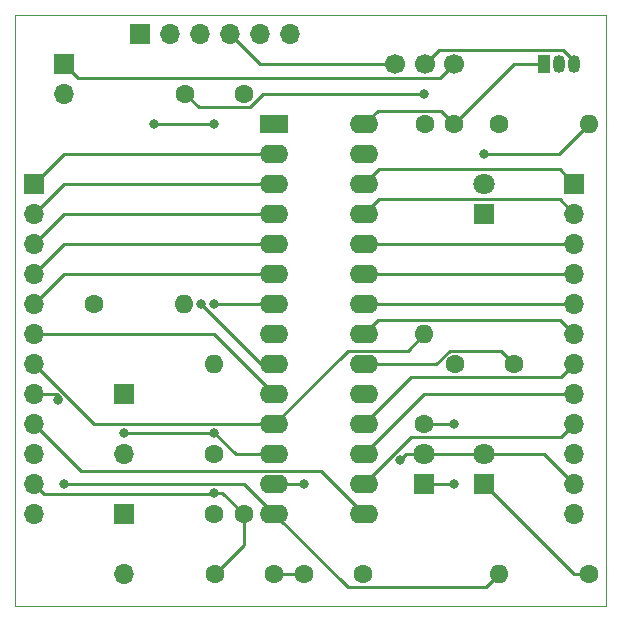
<source format=gbr>
%TF.GenerationSoftware,KiCad,Pcbnew,7.0.1*%
%TF.CreationDate,2023-04-22T15:39:36-05:00*%
%TF.ProjectId,HW4,4857342e-6b69-4636-9164-5f7063625858,rev?*%
%TF.SameCoordinates,Original*%
%TF.FileFunction,Copper,L1,Top*%
%TF.FilePolarity,Positive*%
%FSLAX46Y46*%
G04 Gerber Fmt 4.6, Leading zero omitted, Abs format (unit mm)*
G04 Created by KiCad (PCBNEW 7.0.1) date 2023-04-22 15:39:36*
%MOMM*%
%LPD*%
G01*
G04 APERTURE LIST*
%TA.AperFunction,ComponentPad*%
%ADD10C,1.600000*%
%TD*%
%TA.AperFunction,ComponentPad*%
%ADD11O,1.600000X1.600000*%
%TD*%
%TA.AperFunction,ComponentPad*%
%ADD12R,1.700000X1.700000*%
%TD*%
%TA.AperFunction,ComponentPad*%
%ADD13O,1.700000X1.700000*%
%TD*%
%TA.AperFunction,ComponentPad*%
%ADD14R,1.800000X1.800000*%
%TD*%
%TA.AperFunction,ComponentPad*%
%ADD15C,1.800000*%
%TD*%
%TA.AperFunction,ComponentPad*%
%ADD16R,1.050000X1.500000*%
%TD*%
%TA.AperFunction,ComponentPad*%
%ADD17O,1.050000X1.500000*%
%TD*%
%TA.AperFunction,ComponentPad*%
%ADD18C,1.700000*%
%TD*%
%TA.AperFunction,ComponentPad*%
%ADD19R,2.400000X1.600000*%
%TD*%
%TA.AperFunction,ComponentPad*%
%ADD20O,2.400000X1.600000*%
%TD*%
%TA.AperFunction,ViaPad*%
%ADD21C,0.800000*%
%TD*%
%TA.AperFunction,Conductor*%
%ADD22C,0.250000*%
%TD*%
%TA.AperFunction,Profile*%
%ADD23C,0.100000*%
%TD*%
G04 APERTURE END LIST*
D10*
%TO.P,R5,1*%
%TO.N,+3.3V*%
X106680000Y-124460000D03*
D11*
%TO.P,R5,2*%
%TO.N,Net-(U3-~{MCLR})*%
X114300000Y-124460000D03*
%TD*%
D10*
%TO.P,R3,1*%
%TO.N,Net-(D1-K)*%
X134620000Y-134620000D03*
D11*
%TO.P,R3,2*%
%TO.N,/GREEN*%
X134620000Y-127000000D03*
%TD*%
D12*
%TO.P,J1,1,Pin_1*%
%TO.N,unconnected-(J1-Pin_1-Pad1)*%
X110515000Y-101575000D03*
D13*
%TO.P,J1,2,Pin_2*%
%TO.N,/U1TX*%
X113055000Y-101575000D03*
%TO.P,J1,3,Pin_3*%
%TO.N,/U1RX*%
X115595000Y-101575000D03*
%TO.P,J1,4,Pin_4*%
%TO.N,+5V*%
X118135000Y-101575000D03*
%TO.P,J1,5,Pin_5*%
%TO.N,unconnected-(J1-Pin_5-Pad5)*%
X120675000Y-101575000D03*
%TO.P,J1,6,Pin_6*%
%TO.N,GND*%
X123215000Y-101575000D03*
%TD*%
D10*
%TO.P,C6,1*%
%TO.N,Net-(C1-Pad2)*%
X124460000Y-147320000D03*
%TO.P,C6,2*%
%TO.N,GND*%
X129460000Y-147320000D03*
%TD*%
%TO.P,C1,1*%
%TO.N,+3.3V*%
X116920000Y-147320000D03*
%TO.P,C1,2*%
%TO.N,Net-(C1-Pad2)*%
X121920000Y-147320000D03*
%TD*%
%TO.P,R1,1*%
%TO.N,GND*%
X140970000Y-109220000D03*
D11*
%TO.P,R1,2*%
%TO.N,Net-(D3-K)*%
X148590000Y-109220000D03*
%TD*%
D12*
%TO.P,SW2,1,1*%
%TO.N,Net-(U3-~{MCLR})*%
X109220000Y-142240000D03*
D13*
%TO.P,SW2,2,2*%
%TO.N,GND*%
X109220000Y-147320000D03*
%TD*%
D14*
%TO.P,D2,1,K*%
%TO.N,Net-(D2-K)*%
X139700000Y-139700000D03*
D15*
%TO.P,D2,2,A*%
%TO.N,+3.3V*%
X139700000Y-137160000D03*
%TD*%
D10*
%TO.P,C5,1*%
%TO.N,GND*%
X134660000Y-109220000D03*
%TO.P,C5,2*%
%TO.N,+3.3V*%
X137160000Y-109220000D03*
%TD*%
D16*
%TO.P,U2,1,VO*%
%TO.N,+3.3V*%
X144780000Y-104140000D03*
D17*
%TO.P,U2,2,GND*%
%TO.N,GND*%
X146050000Y-104140000D03*
%TO.P,U2,3,VI*%
%TO.N,/Vin*%
X147320000Y-104140000D03*
%TD*%
D14*
%TO.P,D1,1,K*%
%TO.N,Net-(D1-K)*%
X134620000Y-139700000D03*
D15*
%TO.P,D1,2,A*%
%TO.N,+3.3V*%
X134620000Y-137160000D03*
%TD*%
D12*
%TO.P,J4,1,Pin_1*%
%TO.N,/B15*%
X147320000Y-114300000D03*
D13*
%TO.P,J4,2,Pin_2*%
%TO.N,/B14*%
X147320000Y-116840000D03*
%TO.P,J4,3,Pin_3*%
%TO.N,/B13*%
X147320000Y-119380000D03*
%TO.P,J4,4,Pin_4*%
%TO.N,/B12*%
X147320000Y-121920000D03*
%TO.P,J4,5,Pin_5*%
%TO.N,/B11*%
X147320000Y-124460000D03*
%TO.P,J4,6,Pin_6*%
%TO.N,/B10*%
X147320000Y-127000000D03*
%TO.P,J4,7,Pin_7*%
%TO.N,/B9*%
X147320000Y-129540000D03*
%TO.P,J4,8,Pin_8*%
%TO.N,/B8*%
X147320000Y-132080000D03*
%TO.P,J4,9,Pin_9*%
%TO.N,/B7*%
X147320000Y-134620000D03*
%TO.P,J4,10,Pin_10*%
%TO.N,/Vin*%
X147320000Y-137160000D03*
%TO.P,J4,11,Pin_11*%
%TO.N,+3.3V*%
X147320000Y-139700000D03*
%TO.P,J4,12,Pin_12*%
%TO.N,GND*%
X147320000Y-142240000D03*
%TD*%
D12*
%TO.P,J3,1,Pin_1*%
%TO.N,/A0*%
X101600000Y-114300000D03*
D13*
%TO.P,J3,2,Pin_2*%
%TO.N,/A1*%
X101600000Y-116840000D03*
%TO.P,J3,3,Pin_3*%
%TO.N,/B0*%
X101600000Y-119380000D03*
%TO.P,J3,4,Pin_4*%
%TO.N,/B1*%
X101600000Y-121920000D03*
%TO.P,J3,5,Pin_5*%
%TO.N,/B2*%
X101600000Y-124460000D03*
%TO.P,J3,6,Pin_6*%
%TO.N,/A3*%
X101600000Y-127000000D03*
%TO.P,J3,7,Pin_7*%
%TO.N,/GREEN*%
X101600000Y-129540000D03*
%TO.P,J3,8,Pin_8*%
%TO.N,/YELLOW*%
X101600000Y-132080000D03*
%TO.P,J3,9,Pin_9*%
%TO.N,/B6*%
X101600000Y-134620000D03*
%TO.P,J3,10,Pin_10*%
%TO.N,/Vin*%
X101600000Y-137160000D03*
%TO.P,J3,11,Pin_11*%
%TO.N,+3.3V*%
X101600000Y-139700000D03*
%TO.P,J3,12,Pin_12*%
%TO.N,GND*%
X101600000Y-142240000D03*
%TD*%
D10*
%TO.P,R2,1*%
%TO.N,Net-(D2-K)*%
X148590000Y-147320000D03*
D11*
%TO.P,R2,2*%
%TO.N,/YELLOW*%
X140970000Y-147320000D03*
%TD*%
D10*
%TO.P,C3,1*%
%TO.N,GND*%
X116840000Y-142240000D03*
%TO.P,C3,2*%
%TO.N,+3.3V*%
X119340000Y-142240000D03*
%TD*%
%TO.P,R4,1*%
%TO.N,+3.3V*%
X116840000Y-137160000D03*
D11*
%TO.P,R4,2*%
%TO.N,/A4*%
X116840000Y-129540000D03*
%TD*%
D18*
%TO.P,S2,1*%
%TO.N,+5V*%
X132160000Y-104140000D03*
%TO.P,S2,2*%
%TO.N,/Vin*%
X134660000Y-104140000D03*
%TO.P,S2,3*%
%TO.N,Net-(J2-Pin_1)*%
X137160000Y-104140000D03*
%TD*%
D10*
%TO.P,C4,1*%
%TO.N,GND*%
X137240000Y-129540000D03*
%TO.P,C4,2*%
%TO.N,Net-(U3-VCAP)*%
X142240000Y-129540000D03*
%TD*%
D12*
%TO.P,J2,1,Pin_1*%
%TO.N,Net-(J2-Pin_1)*%
X104140000Y-104140000D03*
D13*
%TO.P,J2,2,Pin_2*%
%TO.N,GND*%
X104140000Y-106680000D03*
%TD*%
D12*
%TO.P,SW1,1,1*%
%TO.N,GND*%
X109220000Y-132080000D03*
D13*
%TO.P,SW1,2,2*%
%TO.N,/A4*%
X109220000Y-137160000D03*
%TD*%
D14*
%TO.P,D3,1,K*%
%TO.N,Net-(D3-K)*%
X139700000Y-116840000D03*
D15*
%TO.P,D3,2,A*%
%TO.N,+3.3V*%
X139700000Y-114300000D03*
%TD*%
D19*
%TO.P,U3,1,~{MCLR}*%
%TO.N,Net-(U3-~{MCLR})*%
X121920000Y-109220000D03*
D20*
%TO.P,U3,2,A0*%
%TO.N,/A0*%
X121920000Y-111760000D03*
%TO.P,U3,3,A1*%
%TO.N,/A1*%
X121920000Y-114300000D03*
%TO.P,U3,4,B0*%
%TO.N,/B0*%
X121920000Y-116840000D03*
%TO.P,U3,5,B1*%
%TO.N,/B1*%
X121920000Y-119380000D03*
%TO.P,U3,6,B2*%
%TO.N,/B2*%
X121920000Y-121920000D03*
%TO.P,U3,7,B3*%
%TO.N,/U1TX*%
X121920000Y-124460000D03*
%TO.P,U3,8,VSS*%
%TO.N,GND*%
X121920000Y-127000000D03*
%TO.P,U3,9,A2*%
%TO.N,/U1RX*%
X121920000Y-129540000D03*
%TO.P,U3,10,A3*%
%TO.N,/A3*%
X121920000Y-132080000D03*
%TO.P,U3,11,B4*%
%TO.N,/GREEN*%
X121920000Y-134620000D03*
%TO.P,U3,12,A4*%
%TO.N,/A4*%
X121920000Y-137160000D03*
%TO.P,U3,13,VDD*%
%TO.N,+3.3V*%
X121920000Y-139700000D03*
%TO.P,U3,14,B5*%
%TO.N,/YELLOW*%
X121920000Y-142240000D03*
%TO.P,U3,15,B6*%
%TO.N,/B6*%
X129540000Y-142240000D03*
%TO.P,U3,16,B7*%
%TO.N,/B7*%
X129540000Y-139700000D03*
%TO.P,U3,17,B8*%
%TO.N,/B8*%
X129540000Y-137160000D03*
%TO.P,U3,18,B9*%
%TO.N,/B9*%
X129540000Y-134620000D03*
%TO.P,U3,19,VSS*%
%TO.N,GND*%
X129540000Y-132080000D03*
%TO.P,U3,20,VCAP*%
%TO.N,Net-(U3-VCAP)*%
X129540000Y-129540000D03*
%TO.P,U3,21,B10*%
%TO.N,/B10*%
X129540000Y-127000000D03*
%TO.P,U3,22,B11*%
%TO.N,/B11*%
X129540000Y-124460000D03*
%TO.P,U3,23,B12*%
%TO.N,/B12*%
X129540000Y-121920000D03*
%TO.P,U3,24,B13*%
%TO.N,/B13*%
X129540000Y-119380000D03*
%TO.P,U3,25,B14*%
%TO.N,/B14*%
X129540000Y-116840000D03*
%TO.P,U3,26,B15*%
%TO.N,/B15*%
X129540000Y-114300000D03*
%TO.P,U3,27,AVSS*%
%TO.N,GND*%
X129540000Y-111760000D03*
%TO.P,U3,28,AVDD*%
%TO.N,+3.3V*%
X129540000Y-109220000D03*
%TD*%
D10*
%TO.P,C2,1*%
%TO.N,/Vin*%
X114380000Y-106680000D03*
%TO.P,C2,2*%
%TO.N,GND*%
X119380000Y-106680000D03*
%TD*%
D21*
%TO.N,Net-(D1-K)*%
X137160000Y-139700000D03*
X137160000Y-134620000D03*
%TO.N,/U1RX*%
X115699503Y-124460000D03*
%TO.N,/U1TX*%
X113055000Y-101575000D03*
X111760000Y-109220000D03*
X116840000Y-109220000D03*
X116840000Y-124460000D03*
%TO.N,+3.3V*%
X124460000Y-139700000D03*
X132592300Y-137672300D03*
X116840000Y-140424500D03*
%TO.N,/YELLOW*%
X104140000Y-139700000D03*
X103627700Y-132592300D03*
%TO.N,/Vin*%
X134620000Y-106680000D03*
%TO.N,Net-(D3-K)*%
X139700000Y-111760000D03*
%TO.N,/A4*%
X109220000Y-135344500D03*
X116840000Y-135344500D03*
%TD*%
D22*
%TO.N,Net-(D1-K)*%
X137160000Y-139700000D02*
X134620000Y-139700000D01*
X134620000Y-134620000D02*
X137160000Y-134620000D01*
%TO.N,/U1RX*%
X120779503Y-129540000D02*
X115699503Y-124460000D01*
X121920000Y-129540000D02*
X120779503Y-129540000D01*
%TO.N,/U1TX*%
X116840000Y-109220000D02*
X111760000Y-109220000D01*
X121920000Y-124460000D02*
X116840000Y-124460000D01*
%TO.N,+3.3V*%
X124460000Y-139700000D02*
X121920000Y-139700000D01*
X133104600Y-137160000D02*
X132592300Y-137672300D01*
X134620000Y-137160000D02*
X133104600Y-137160000D01*
X139700000Y-137160000D02*
X134620000Y-137160000D01*
X144780000Y-137160000D02*
X139700000Y-137160000D01*
X147320000Y-139700000D02*
X144780000Y-137160000D01*
X119340000Y-142240000D02*
X117524500Y-140424500D01*
X117524500Y-140424500D02*
X116840000Y-140424500D01*
X119340000Y-144900000D02*
X116920000Y-147320000D01*
X119340000Y-142240000D02*
X119340000Y-144900000D01*
X116714500Y-140550000D02*
X116840000Y-140424500D01*
X102450000Y-140550000D02*
X116714500Y-140550000D01*
X101600000Y-139700000D02*
X102450000Y-140550000D01*
%TO.N,/YELLOW*%
X104140000Y-139700000D02*
X119380000Y-139700000D01*
%TO.N,/B6*%
X125875000Y-138575000D02*
X129540000Y-142240000D01*
X105555000Y-138575000D02*
X125875000Y-138575000D01*
X101600000Y-134620000D02*
X105555000Y-138575000D01*
%TO.N,/YELLOW*%
X119380000Y-139700000D02*
X121920000Y-142240000D01*
X103821802Y-132398198D02*
X103627700Y-132592300D01*
X103503604Y-132080000D02*
X103821802Y-132398198D01*
X101600000Y-132080000D02*
X103503604Y-132080000D01*
%TO.N,+3.3V*%
X136035000Y-108095000D02*
X137160000Y-109220000D01*
X144780000Y-104140000D02*
X142240000Y-104140000D01*
X130665000Y-108095000D02*
X136035000Y-108095000D01*
X129540000Y-109220000D02*
X130665000Y-108095000D01*
X142240000Y-104140000D02*
X137160000Y-109220000D01*
%TO.N,Net-(C1-Pad2)*%
X124460000Y-147320000D02*
X121920000Y-147320000D01*
%TO.N,/Vin*%
X146370000Y-102965000D02*
X147320000Y-103915000D01*
X115505000Y-107805000D02*
X114380000Y-106680000D01*
X147320000Y-103915000D02*
X147320000Y-104140000D01*
X120970991Y-106680000D02*
X119845991Y-107805000D01*
X134660000Y-104140000D02*
X135835000Y-102965000D01*
X135835000Y-102965000D02*
X146370000Y-102965000D01*
X134620000Y-106680000D02*
X120970991Y-106680000D01*
X119845991Y-107805000D02*
X115505000Y-107805000D01*
%TO.N,Net-(U3-VCAP)*%
X136774009Y-128415000D02*
X141115000Y-128415000D01*
X135649009Y-129540000D02*
X136774009Y-128415000D01*
X129540000Y-129540000D02*
X135649009Y-129540000D01*
X141115000Y-128415000D02*
X142240000Y-129540000D01*
%TO.N,Net-(D2-K)*%
X147320000Y-147320000D02*
X139700000Y-139700000D01*
X148590000Y-147320000D02*
X147320000Y-147320000D01*
%TO.N,Net-(D3-K)*%
X148590000Y-109220000D02*
X146050000Y-111760000D01*
X146050000Y-111760000D02*
X139700000Y-111760000D01*
%TO.N,+5V*%
X118135000Y-101575000D02*
X120700000Y-104140000D01*
X120700000Y-104140000D02*
X132160000Y-104140000D01*
%TO.N,Net-(J2-Pin_1)*%
X105315000Y-105315000D02*
X135985000Y-105315000D01*
X104140000Y-104140000D02*
X105315000Y-105315000D01*
X135985000Y-105315000D02*
X137160000Y-104140000D01*
%TO.N,/A0*%
X104140000Y-111760000D02*
X101600000Y-114300000D01*
X121920000Y-111760000D02*
X104140000Y-111760000D01*
%TO.N,/A1*%
X121920000Y-114300000D02*
X104140000Y-114300000D01*
X104140000Y-114300000D02*
X101600000Y-116840000D01*
%TO.N,/B0*%
X104140000Y-116840000D02*
X101600000Y-119380000D01*
X121920000Y-116840000D02*
X104140000Y-116840000D01*
%TO.N,/B1*%
X104140000Y-119380000D02*
X101600000Y-121920000D01*
X121920000Y-119380000D02*
X104140000Y-119380000D01*
%TO.N,/B2*%
X104140000Y-121920000D02*
X101600000Y-124460000D01*
X121920000Y-121920000D02*
X104140000Y-121920000D01*
%TO.N,/A3*%
X116840000Y-127000000D02*
X101600000Y-127000000D01*
X121920000Y-132080000D02*
X116840000Y-127000000D01*
%TO.N,/GREEN*%
X128125000Y-128415000D02*
X133205000Y-128415000D01*
X121920000Y-134620000D02*
X106680000Y-134620000D01*
X106680000Y-134620000D02*
X101600000Y-129540000D01*
X133205000Y-128415000D02*
X134620000Y-127000000D01*
X121920000Y-134620000D02*
X128125000Y-128415000D01*
%TO.N,/YELLOW*%
X139845000Y-148445000D02*
X128125000Y-148445000D01*
X128125000Y-148445000D02*
X121920000Y-142240000D01*
X140970000Y-147320000D02*
X139845000Y-148445000D01*
%TO.N,/B15*%
X146095000Y-113075000D02*
X147320000Y-114300000D01*
X130765000Y-113075000D02*
X146095000Y-113075000D01*
X129540000Y-114300000D02*
X130765000Y-113075000D01*
%TO.N,/B14*%
X146095000Y-115615000D02*
X147320000Y-116840000D01*
X129540000Y-116840000D02*
X130765000Y-115615000D01*
X130765000Y-115615000D02*
X146095000Y-115615000D01*
%TO.N,/B13*%
X129540000Y-119380000D02*
X147320000Y-119380000D01*
%TO.N,/B12*%
X147320000Y-121920000D02*
X129540000Y-121920000D01*
%TO.N,/B11*%
X129540000Y-124460000D02*
X147320000Y-124460000D01*
%TO.N,/B10*%
X147320000Y-127000000D02*
X146145000Y-125825000D01*
X130715000Y-125825000D02*
X129540000Y-127000000D01*
X146145000Y-125825000D02*
X130715000Y-125825000D01*
%TO.N,/B9*%
X133495000Y-130665000D02*
X129540000Y-134620000D01*
X147320000Y-129540000D02*
X146195000Y-130665000D01*
X146195000Y-130665000D02*
X133495000Y-130665000D01*
%TO.N,/B8*%
X134620000Y-132080000D02*
X129540000Y-137160000D01*
X147320000Y-132080000D02*
X134620000Y-132080000D01*
%TO.N,/B7*%
X133495000Y-135745000D02*
X129540000Y-139700000D01*
X147320000Y-134620000D02*
X146195000Y-135745000D01*
X146195000Y-135745000D02*
X133495000Y-135745000D01*
%TO.N,/A4*%
X116840000Y-135344500D02*
X109220000Y-135344500D01*
X121920000Y-137160000D02*
X118655500Y-137160000D01*
X118655500Y-137160000D02*
X116840000Y-135344500D01*
%TD*%
D23*
X150000000Y-150000000D02*
X150000000Y-100000000D01*
X150000000Y-100000000D02*
X100000000Y-100000000D01*
X100000000Y-100000000D02*
X100000000Y-150000000D01*
X100000000Y-150000000D02*
X150000000Y-150000000D01*
M02*

</source>
